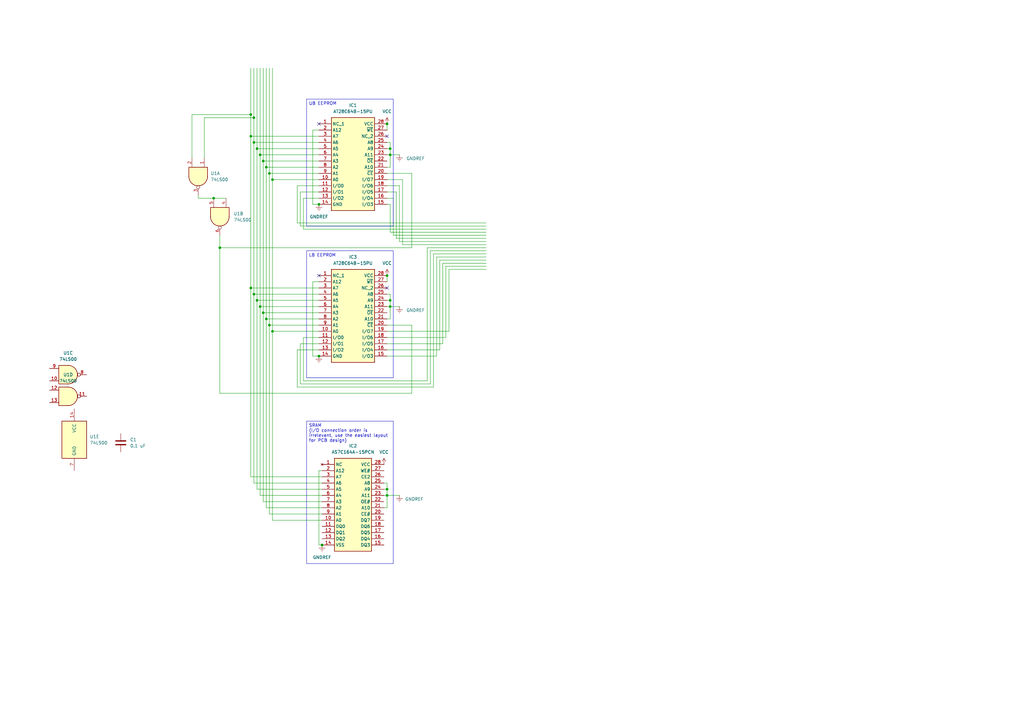
<source format=kicad_sch>
(kicad_sch (version 20231120) (generator "eeschema") (generator_version "8.0")
  (paper "A3")
  (lib_symbols
    (symbol "74xx:74LS00" (pin_names (offset 1.016))
      (property "Reference" "U" (at 0 1.27 0))
      (property "Value" "74LS00" (at 0 -1.27 0))
      (symbol "74LS00_1_1"
        (arc (start 0 -3.81) (mid 3.7934 0) (end 0 3.81) (stroke (width 0.254)) (fill (type background)))
        (polyline (pts (xy 0 3.81) (xy -3.81 3.81) (xy -3.81 -3.81) (xy 0 -3.81)) (stroke (width 0.254)) (fill (type background)))
        (pin input line (at -7.62 2.54 0) (length 3.81) (name "~") (number "1"))
        (pin input line (at -7.62 -2.54 0) (length 3.81) (name "~") (number "2"))
        (pin output inverted (at 7.62 0 180) (length 3.81) (name "~") (number "3"))
      )
      (symbol "74LS00_1_2"
        (arc (start -3.81 -3.81) (mid -2.589 0) (end -3.81 3.81) (stroke (width 0.254)))
        (arc (start -0.6096 -3.81) (mid 2.1842 -2.5851) (end 3.81 0) (stroke (width 0.254)) (fill (type background)))
        (polyline (pts (xy -3.81 -3.81) (xy -0.635 -3.81)) (stroke (width 0.254)) (fill (type background)))
        (polyline (pts (xy -3.81 3.81) (xy -0.635 3.81)) (stroke (width 0.254)) (fill (type background)))
        (polyline (pts (xy -0.635 3.81) (xy -3.81 3.81) (xy -3.81 3.81) (xy -3.556 3.4036) (xy -3.0226 2.2606) (xy -2.6924 1.0414) (xy -2.6162 -0.254) (xy -2.7686 -1.4986) (xy -3.175 -2.7178) (xy -3.81 -3.81) (xy -3.81 -3.81) (xy -0.635 -3.81)) (stroke (width -25.4)) (fill (type background)))
        (arc (start 3.81 0) (mid 2.1915 2.5936) (end -0.6096 3.81) (stroke (width 0.254)) (fill (type background)))
        (pin input inverted (at -7.62 2.54 0) (length 4.318) (name "~") (number "1"))
        (pin input inverted (at -7.62 -2.54 0) (length 4.318) (name "~") (number "2"))
        (pin output line (at 7.62 0 180) (length 3.81) (name "~") (number "3"))
      )
      (symbol "74LS00_2_1"
        (arc (start 0 -3.81) (mid 3.7934 0) (end 0 3.81) (stroke (width 0.254)) (fill (type background)))
        (polyline (pts (xy 0 3.81) (xy -3.81 3.81) (xy -3.81 -3.81) (xy 0 -3.81)) (stroke (width 0.254)) (fill (type background)))
        (pin input line (at -7.62 2.54 0) (length 3.81) (name "~") (number "4"))
        (pin input line (at -7.62 -2.54 0) (length 3.81) (name "~") (number "5"))
        (pin output inverted (at 7.62 0 180) (length 3.81) (name "~") (number "6"))
      )
      (symbol "74LS00_2_2"
        (arc (start -3.81 -3.81) (mid -2.589 0) (end -3.81 3.81) (stroke (width 0.254)))
        (arc (start -0.6096 -3.81) (mid 2.1842 -2.5851) (end 3.81 0) (stroke (width 0.254)) (fill (type background)))
        (polyline (pts (xy -3.81 -3.81) (xy -0.635 -3.81)) (stroke (width 0.254)) (fill (type background)))
        (polyline (pts (xy -3.81 3.81) (xy -0.635 3.81)) (stroke (width 0.254)) (fill (type background)))
        (polyline (pts (xy -0.635 3.81) (xy -3.81 3.81) (xy -3.81 3.81) (xy -3.556 3.4036) (xy -3.0226 2.2606) (xy -2.6924 1.0414) (xy -2.6162 -0.254) (xy -2.7686 -1.4986) (xy -3.175 -2.7178) (xy -3.81 -3.81) (xy -3.81 -3.81) (xy -0.635 -3.81)) (stroke (width -25.4)) (fill (type background)))
        (arc (start 3.81 0) (mid 2.1915 2.5936) (end -0.6096 3.81) (stroke (width 0.254)) (fill (type background)))
        (pin input inverted (at -7.62 2.54 0) (length 4.318) (name "~") (number "4"))
        (pin input inverted (at -7.62 -2.54 0) (length 4.318) (name "~") (number "5"))
        (pin output line (at 7.62 0 180) (length 3.81) (name "~") (number "6"))
      )
      (symbol "74LS00_3_1"
        (arc (start 0 -3.81) (mid 3.7934 0) (end 0 3.81) (stroke (width 0.254)) (fill (type background)))
        (polyline (pts (xy 0 3.81) (xy -3.81 3.81) (xy -3.81 -3.81) (xy 0 -3.81)) (stroke (width 0.254)) (fill (type background)))
        (pin input line (at -7.62 -2.54 0) (length 3.81) (name "~") (number "10"))
        (pin output inverted (at 7.62 0 180) (length 3.81) (name "~") (number "8"))
        (pin input line (at -7.62 2.54 0) (length 3.81) (name "~") (number "9"))
      )
      (symbol "74LS00_3_2"
        (arc (start -3.81 -3.81) (mid -2.589 0) (end -3.81 3.81) (stroke (width 0.254)))
        (arc (start -0.6096 -3.81) (mid 2.1842 -2.5851) (end 3.81 0) (stroke (width 0.254)) (fill (type background)))
        (polyline (pts (xy -3.81 -3.81) (xy -0.635 -3.81)) (stroke (width 0.254)) (fill (type background)))
        (polyline (pts (xy -3.81 3.81) (xy -0.635 3.81)) (stroke (width 0.254)) (fill (type background)))
        (polyline (pts (xy -0.635 3.81) (xy -3.81 3.81) (xy -3.81 3.81) (xy -3.556 3.4036) (xy -3.0226 2.2606) (xy -2.6924 1.0414) (xy -2.6162 -0.254) (xy -2.7686 -1.4986) (xy -3.175 -2.7178) (xy -3.81 -3.81) (xy -3.81 -3.81) (xy -0.635 -3.81)) (stroke (width -25.4)) (fill (type background)))
        (arc (start 3.81 0) (mid 2.1915 2.5936) (end -0.6096 3.81) (stroke (width 0.254)) (fill (type background)))
        (pin input inverted (at -7.62 -2.54 0) (length 4.318) (name "~") (number "10"))
        (pin output line (at 7.62 0 180) (length 3.81) (name "~") (number "8"))
        (pin input inverted (at -7.62 2.54 0) (length 4.318) (name "~") (number "9"))
      )
      (symbol "74LS00_4_1"
        (arc (start 0 -3.81) (mid 3.7934 0) (end 0 3.81) (stroke (width 0.254)) (fill (type background)))
        (polyline (pts (xy 0 3.81) (xy -3.81 3.81) (xy -3.81 -3.81) (xy 0 -3.81)) (stroke (width 0.254)) (fill (type background)))
        (pin output inverted (at 7.62 0 180) (length 3.81) (name "~") (number "11"))
        (pin input line (at -7.62 2.54 0) (length 3.81) (name "~") (number "12"))
        (pin input line (at -7.62 -2.54 0) (length 3.81) (name "~") (number "13"))
      )
      (symbol "74LS00_4_2"
        (arc (start -3.81 -3.81) (mid -2.589 0) (end -3.81 3.81) (stroke (width 0.254)))
        (arc (start -0.6096 -3.81) (mid 2.1842 -2.5851) (end 3.81 0) (stroke (width 0.254)) (fill (type background)))
        (polyline (pts (xy -3.81 -3.81) (xy -0.635 -3.81)) (stroke (width 0.254)) (fill (type background)))
        (polyline (pts (xy -3.81 3.81) (xy -0.635 3.81)) (stroke (width 0.254)) (fill (type background)))
        (polyline (pts (xy -0.635 3.81) (xy -3.81 3.81) (xy -3.81 3.81) (xy -3.556 3.4036) (xy -3.0226 2.2606) (xy -2.6924 1.0414) (xy -2.6162 -0.254) (xy -2.7686 -1.4986) (xy -3.175 -2.7178) (xy -3.81 -3.81) (xy -3.81 -3.81) (xy -0.635 -3.81)) (stroke (width -25.4)) (fill (type background)))
        (arc (start 3.81 0) (mid 2.1915 2.5936) (end -0.6096 3.81) (stroke (width 0.254)) (fill (type background)))
        (pin output line (at 7.62 0 180) (length 3.81) (name "~") (number "11"))
        (pin input inverted (at -7.62 2.54 0) (length 4.318) (name "~") (number "12"))
        (pin input inverted (at -7.62 -2.54 0) (length 4.318) (name "~") (number "13"))
      )
      (symbol "74LS00_5_0"
        (pin power_in line (at 0 12.7 270) (length 5.08) (name "VCC") (number "14"))
        (pin power_in line (at 0 -12.7 90) (length 5.08) (name "GND") (number "7"))
      )
      (symbol "74LS00_5_1"
        (rectangle (start -5.08 7.62) (end 5.08 -7.62) (stroke (width 0.254)) (fill (type background)))
      )
    )
    (symbol "AS7C164A-15PCN:AS7C164A-15PCN"
      (property "Reference" "IC" (at 21.59 7.62 0))
      (property "Value" "AS7C164A-15PCN" (at 21.59 5.08 0))
      (symbol "AS7C164A-15PCN_1_1"
        (rectangle (start 5.08 2.54) (end 20.32 -35.56) (stroke (width 0.254)) (fill (type background)))
        (pin no_connect line (at 0 0 0) (length 5.08) (name "NC") (number "1"))
        (pin input line (at 0 -22.86 0) (length 5.08) (name "A0") (number "10"))
        (pin bidirectional line (at 0 -25.4 0) (length 5.08) (name "DQ0") (number "11"))
        (pin bidirectional line (at 0 -27.94 0) (length 5.08) (name "DQ1") (number "12"))
        (pin bidirectional line (at 0 -30.48 0) (length 5.08) (name "DQ2") (number "13"))
        (pin power_in line (at 0 -33.02 0) (length 5.08) (name "VSS") (number "14"))
        (pin bidirectional line (at 25.4 -33.02 180) (length 5.08) (name "DQ3") (number "15"))
        (pin bidirectional line (at 25.4 -30.48 180) (length 5.08) (name "DQ4") (number "16"))
        (pin bidirectional line (at 25.4 -27.94 180) (length 5.08) (name "DQ5") (number "17"))
        (pin bidirectional line (at 25.4 -25.4 180) (length 5.08) (name "DQ6") (number "18"))
        (pin bidirectional line (at 25.4 -22.86 180) (length 5.08) (name "DQ7") (number "19"))
        (pin input line (at 0 -2.54 0) (length 5.08) (name "A12") (number "2"))
        (pin input line (at 25.4 -20.32 180) (length 5.08) (name "CE#") (number "20"))
        (pin input line (at 25.4 -17.78 180) (length 5.08) (name "A10") (number "21"))
        (pin input line (at 25.4 -15.24 180) (length 5.08) (name "OE#") (number "22"))
        (pin input line (at 25.4 -12.7 180) (length 5.08) (name "A11") (number "23"))
        (pin input line (at 25.4 -10.16 180) (length 5.08) (name "A9") (number "24"))
        (pin input line (at 25.4 -7.62 180) (length 5.08) (name "A8") (number "25"))
        (pin input line (at 25.4 -5.08 180) (length 5.08) (name "CE2") (number "26"))
        (pin input line (at 25.4 -2.54 180) (length 5.08) (name "WE#") (number "27"))
        (pin power_in line (at 25.4 0 180) (length 5.08) (name "VCC") (number "28"))
        (pin input line (at 0 -5.08 0) (length 5.08) (name "A7") (number "3"))
        (pin input line (at 0 -7.62 0) (length 5.08) (name "A6") (number "4"))
        (pin input line (at 0 -10.16 0) (length 5.08) (name "A5") (number "5"))
        (pin input line (at 0 -12.7 0) (length 5.08) (name "A4") (number "6"))
        (pin input line (at 0 -15.24 0) (length 5.08) (name "A3") (number "7"))
        (pin input line (at 0 -17.78 0) (length 5.08) (name "A2") (number "8"))
        (pin input line (at 0 -20.32 0) (length 5.08) (name "A1") (number "9"))
      )
    )
    (symbol "AT28C64B-15PU:AT28C64B-15PU"
      (property "Reference" "IC" (at 24.13 7.62 0))
      (property "Value" "AT28C64B-15PU" (at 24.13 5.08 0))
      (symbol "AT28C64B-15PU_1_1"
        (rectangle (start 5.08 2.54) (end 22.86 -35.56) (stroke (width 0.254)) (fill (type background)))
        (pin passive line (at 0 0 0) (length 5.08) (name "NC_1") (number "1"))
        (pin passive line (at 0 -22.86 0) (length 5.08) (name "A0") (number "10"))
        (pin passive line (at 0 -25.4 0) (length 5.08) (name "I/O0") (number "11"))
        (pin passive line (at 0 -27.94 0) (length 5.08) (name "I/O1") (number "12"))
        (pin passive line (at 0 -30.48 0) (length 5.08) (name "I/O2") (number "13"))
        (pin passive line (at 0 -33.02 0) (length 5.08) (name "GND") (number "14"))
        (pin passive line (at 27.94 -33.02 180) (length 5.08) (name "I/O3") (number "15"))
        (pin passive line (at 27.94 -30.48 180) (length 5.08) (name "I/O4") (number "16"))
        (pin passive line (at 27.94 -27.94 180) (length 5.08) (name "I/O5") (number "17"))
        (pin passive line (at 27.94 -25.4 180) (length 5.08) (name "I/O6") (number "18"))
        (pin passive line (at 27.94 -22.86 180) (length 5.08) (name "I/O7") (number "19"))
        (pin passive line (at 0 -2.54 0) (length 5.08) (name "A12") (number "2"))
        (pin passive line (at 27.94 -20.32 180) (length 5.08) (name "~{CE}") (number "20"))
        (pin passive line (at 27.94 -17.78 180) (length 5.08) (name "A10") (number "21"))
        (pin passive line (at 27.94 -15.24 180) (length 5.08) (name "~{OE}") (number "22"))
        (pin passive line (at 27.94 -12.7 180) (length 5.08) (name "A11") (number "23"))
        (pin passive line (at 27.94 -10.16 180) (length 5.08) (name "A9") (number "24"))
        (pin passive line (at 27.94 -7.62 180) (length 5.08) (name "A8") (number "25"))
        (pin passive line (at 27.94 -5.08 180) (length 5.08) (name "NC_2") (number "26"))
        (pin passive line (at 27.94 -2.54 180) (length 5.08) (name "~{WE}") (number "27"))
        (pin passive line (at 27.94 0 180) (length 5.08) (name "VCC") (number "28"))
        (pin passive line (at 0 -5.08 0) (length 5.08) (name "A7") (number "3"))
        (pin passive line (at 0 -7.62 0) (length 5.08) (name "A6") (number "4"))
        (pin passive line (at 0 -10.16 0) (length 5.08) (name "A5") (number "5"))
        (pin passive line (at 0 -12.7 0) (length 5.08) (name "A4") (number "6"))
        (pin passive line (at 0 -15.24 0) (length 5.08) (name "A3") (number "7"))
        (pin passive line (at 0 -17.78 0) (length 5.08) (name "A2") (number "8"))
        (pin passive line (at 0 -20.32 0) (length 5.08) (name "A1") (number "9"))
      )
    )
    (symbol "Device:C" (pin_numbers hide) (pin_names (offset 0.254))
      (property "Reference" "C" (at 0.635 2.54 0))
      (property "Value" "C" (at 0.635 -2.54 0))
      (symbol "C_0_1"
        (polyline (pts (xy -2.032 -0.762) (xy 2.032 -0.762)) (stroke (width 0.508)))
        (polyline (pts (xy -2.032 0.762) (xy 2.032 0.762)) (stroke (width 0.508)))
      )
      (symbol "C_1_1"
        (pin passive line (at 0 3.81 270) (length 2.794) (name "~") (number "1"))
        (pin passive line (at 0 -3.81 90) (length 2.794) (name "~") (number "2"))
      )
    )
    (symbol "power:GNDREF" (power) (pin_numbers hide) (pin_names (offset 0) hide)
      (property "Value" "GNDREF" (at 0 -3.81 0))
      (symbol "GNDREF_0_1"
        (polyline (pts (xy -0.635 -1.905) (xy 0.635 -1.905)))
        (polyline (pts (xy -0.127 -2.54) (xy 0.127 -2.54)))
        (polyline (pts (xy 0 -1.27) (xy 0 0)))
        (polyline (pts (xy 1.27 -1.27) (xy -1.27 -1.27)))
      )
      (symbol "GNDREF_1_1"
        (pin power_in line (at 0 0 270) (length 0) (name "~") (number "1"))
      )
    )
    (symbol "power:VCC" (power) (pin_numbers hide) (pin_names (offset 0) hide)
      (property "Value" "VCC" (at 0 3.556 0))
      (symbol "VCC_0_1"
        (polyline (pts (xy -0.762 1.27) (xy 0 2.54)))
        (polyline (pts (xy 0 0) (xy 0 2.54)))
        (polyline (pts (xy 0 2.54) (xy 0.762 1.27)))
      )
      (symbol "VCC_1_1"
        (pin power_in line (at 0 0 90) (length 0) (name "~") (number "1"))
      )
    )
  )
  (junction (at 160.02 125.73))
  (junction (at 130.81 83.82))
  (junction (at 107.95 66.04))
  (junction (at 106.68 125.73))
  (junction (at 111.76 73.66))
  (junction (at 160.02 123.19))
  (junction (at 106.68 63.5))
  (junction (at 111.76 135.89))
  (junction (at 110.49 71.12))
  (junction (at 130.81 146.05))
  (junction (at 105.41 123.19))
  (junction (at 158.75 113.03))
  (junction (at 109.22 130.81))
  (junction (at 102.87 46.99))
  (junction (at 110.49 133.35))
  (junction (at 102.87 55.88))
  (junction (at 160.02 63.5))
  (junction (at 105.41 60.96))
  (junction (at 158.75 200.66))
  (junction (at 109.22 68.58))
  (junction (at 107.95 128.27))
  (junction (at 160.02 60.96))
  (junction (at 90.17 101.6))
  (junction (at 158.75 50.8))
  (junction (at 87.63 81.28))
  (junction (at 104.14 58.42))
  (junction (at 158.75 203.2))
  (junction (at 132.08 223.52))
  (junction (at 104.14 120.65))
  (junction (at 104.14 48.26))
  (junction (at 102.87 118.11))
  (no_connect (at 130.81 50.8))
  (no_connect (at 130.81 113.03))
  (no_connect (at 158.75 55.88))
  (no_connect (at 158.75 118.11))
  (wire (pts (xy 124.46 93.98) (xy 199.39 93.98)))
  (wire (pts (xy 102.87 27.94) (xy 102.87 46.99)))
  (wire (pts (xy 181.61 107.95) (xy 199.39 107.95)))
  (wire (pts (xy 104.14 198.12) (xy 132.08 198.12)))
  (wire (pts (xy 109.22 68.58) (xy 109.22 130.81)))
  (wire (pts (xy 168.91 71.12) (xy 168.91 101.6)))
  (wire (pts (xy 180.34 143.51) (xy 180.34 106.68)))
  (wire (pts (xy 184.15 135.89) (xy 184.15 110.49)))
  (wire (pts (xy 110.49 133.35) (xy 110.49 210.82)))
  (wire (pts (xy 160.02 60.96) (xy 160.02 63.5)))
  (wire (pts (xy 158.75 113.03) (xy 158.75 115.57)))
  (wire (pts (xy 160.02 63.5) (xy 163.83 63.5)))
  (wire (pts (xy 175.26 156.21) (xy 175.26 101.6)))
  (wire (pts (xy 168.91 101.6) (xy 90.17 101.6)))
  (wire (pts (xy 121.92 143.51) (xy 121.92 158.75)))
  (wire (pts (xy 123.19 78.74) (xy 123.19 92.71)))
  (wire (pts (xy 104.14 120.65) (xy 104.14 198.12)))
  (wire (pts (xy 87.63 81.28) (xy 92.71 81.28)))
  (wire (pts (xy 160.02 83.82) (xy 160.02 95.25)))
  (wire (pts (xy 81.28 81.28) (xy 87.63 81.28)))
  (wire (pts (xy 130.81 53.34) (xy 128.27 53.34)))
  (wire (pts (xy 179.07 105.41) (xy 199.39 105.41)))
  (wire (pts (xy 160.02 120.65) (xy 160.02 123.19)))
  (wire (pts (xy 158.75 200.66) (xy 158.75 203.2)))
  (wire (pts (xy 104.14 48.26) (xy 104.14 58.42)))
  (wire (pts (xy 180.34 106.68) (xy 199.39 106.68)))
  (wire (pts (xy 158.75 50.8) (xy 158.75 53.34)))
  (wire (pts (xy 121.92 158.75) (xy 177.8 158.75)))
  (wire (pts (xy 90.17 101.6) (xy 90.17 96.52)))
  (wire (pts (xy 184.15 110.49) (xy 199.39 110.49)))
  (wire (pts (xy 109.22 27.94) (xy 109.22 68.58)))
  (wire (pts (xy 158.75 60.96) (xy 160.02 60.96)))
  (wire (pts (xy 107.95 128.27) (xy 107.95 205.74)))
  (wire (pts (xy 168.91 133.35) (xy 168.91 161.29)))
  (wire (pts (xy 182.88 138.43) (xy 182.88 109.22)))
  (wire (pts (xy 107.95 205.74) (xy 132.08 205.74)))
  (wire (pts (xy 158.75 76.2) (xy 163.83 76.2)))
  (wire (pts (xy 105.41 60.96) (xy 105.41 123.19)))
  (wire (pts (xy 130.81 120.65) (xy 104.14 120.65)))
  (wire (pts (xy 130.81 140.97) (xy 123.19 140.97)))
  (wire (pts (xy 158.75 143.51) (xy 180.34 143.51)))
  (wire (pts (xy 158.75 140.97) (xy 181.61 140.97)))
  (wire (pts (xy 130.81 73.66) (xy 111.76 73.66)))
  (wire (pts (xy 121.92 76.2) (xy 121.92 91.44)))
  (wire (pts (xy 128.27 83.82) (xy 130.81 83.82)))
  (wire (pts (xy 111.76 135.89) (xy 111.76 213.36)))
  (wire (pts (xy 104.14 27.94) (xy 104.14 48.26)))
  (wire (pts (xy 104.14 48.26) (xy 83.82 48.26)))
  (wire (pts (xy 132.08 193.04) (xy 130.81 193.04)))
  (wire (pts (xy 105.41 123.19) (xy 105.41 200.66)))
  (wire (pts (xy 128.27 115.57) (xy 128.27 146.05)))
  (wire (pts (xy 130.81 223.52) (xy 132.08 223.52)))
  (wire (pts (xy 130.81 66.04) (xy 107.95 66.04)))
  (wire (pts (xy 130.81 60.96) (xy 105.41 60.96)))
  (wire (pts (xy 177.8 158.75) (xy 177.8 104.14)))
  (wire (pts (xy 157.48 200.66) (xy 158.75 200.66)))
  (wire (pts (xy 124.46 156.21) (xy 175.26 156.21)))
  (wire (pts (xy 160.02 123.19) (xy 160.02 125.73)))
  (wire (pts (xy 105.41 27.94) (xy 105.41 60.96)))
  (wire (pts (xy 158.75 81.28) (xy 161.29 81.28)))
  (wire (pts (xy 162.56 78.74) (xy 162.56 97.79)))
  (wire (pts (xy 130.81 118.11) (xy 102.87 118.11)))
  (wire (pts (xy 130.81 78.74) (xy 123.19 78.74)))
  (wire (pts (xy 158.75 203.2) (xy 163.83 203.2)))
  (wire (pts (xy 158.75 123.19) (xy 160.02 123.19)))
  (wire (pts (xy 158.75 198.12) (xy 158.75 200.66)))
  (wire (pts (xy 102.87 55.88) (xy 102.87 118.11)))
  (wire (pts (xy 158.75 78.74) (xy 162.56 78.74)))
  (wire (pts (xy 109.22 208.28) (xy 132.08 208.28)))
  (wire (pts (xy 160.02 95.25) (xy 199.39 95.25)))
  (wire (pts (xy 106.68 125.73) (xy 106.68 203.2)))
  (wire (pts (xy 130.81 76.2) (xy 121.92 76.2)))
  (wire (pts (xy 106.68 63.5) (xy 106.68 125.73)))
  (wire (pts (xy 124.46 81.28) (xy 124.46 93.98)))
  (wire (pts (xy 158.75 208.28) (xy 158.75 203.2)))
  (wire (pts (xy 132.08 200.66) (xy 105.41 200.66)))
  (wire (pts (xy 130.81 128.27) (xy 107.95 128.27)))
  (wire (pts (xy 123.19 92.71) (xy 199.39 92.71)))
  (wire (pts (xy 176.53 157.48) (xy 176.53 102.87)))
  (wire (pts (xy 158.75 138.43) (xy 182.88 138.43)))
  (wire (pts (xy 106.68 27.94) (xy 106.68 63.5)))
  (wire (pts (xy 158.75 71.12) (xy 168.91 71.12)))
  (wire (pts (xy 158.75 63.5) (xy 160.02 63.5)))
  (wire (pts (xy 158.75 135.89) (xy 184.15 135.89)))
  (wire (pts (xy 160.02 63.5) (xy 160.02 68.58)))
  (wire (pts (xy 165.1 73.66) (xy 165.1 100.33)))
  (wire (pts (xy 130.81 143.51) (xy 121.92 143.51)))
  (wire (pts (xy 124.46 138.43) (xy 124.46 156.21)))
  (wire (pts (xy 111.76 73.66) (xy 111.76 135.89)))
  (wire (pts (xy 104.14 58.42) (xy 104.14 120.65)))
  (wire (pts (xy 130.81 138.43) (xy 124.46 138.43)))
  (wire (pts (xy 158.75 68.58) (xy 160.02 68.58)))
  (wire (pts (xy 132.08 213.36) (xy 111.76 213.36)))
  (wire (pts (xy 162.56 97.79) (xy 199.39 97.79)))
  (wire (pts (xy 132.08 203.2) (xy 106.68 203.2)))
  (wire (pts (xy 90.17 161.29) (xy 90.17 101.6)))
  (wire (pts (xy 81.28 80.01) (xy 81.28 81.28)))
  (wire (pts (xy 130.81 55.88) (xy 102.87 55.88)))
  (wire (pts (xy 130.81 71.12) (xy 110.49 71.12)))
  (wire (pts (xy 160.02 58.42) (xy 160.02 60.96)))
  (wire (pts (xy 130.81 133.35) (xy 110.49 133.35)))
  (wire (pts (xy 102.87 46.99) (xy 102.87 55.88)))
  (wire (pts (xy 157.48 208.28) (xy 158.75 208.28)))
  (wire (pts (xy 182.88 109.22) (xy 199.39 109.22)))
  (wire (pts (xy 130.81 58.42) (xy 104.14 58.42)))
  (wire (pts (xy 158.75 146.05) (xy 179.07 146.05)))
  (wire (pts (xy 123.19 157.48) (xy 176.53 157.48)))
  (wire (pts (xy 110.49 71.12) (xy 110.49 133.35)))
  (wire (pts (xy 130.81 81.28) (xy 124.46 81.28)))
  (wire (pts (xy 160.02 125.73) (xy 163.83 125.73)))
  (wire (pts (xy 109.22 130.81) (xy 109.22 208.28)))
  (wire (pts (xy 121.92 91.44) (xy 199.39 91.44)))
  (wire (pts (xy 107.95 27.94) (xy 107.95 66.04)))
  (wire (pts (xy 160.02 125.73) (xy 160.02 130.81)))
  (wire (pts (xy 168.91 161.29) (xy 90.17 161.29)))
  (wire (pts (xy 130.81 68.58) (xy 109.22 68.58)))
  (wire (pts (xy 128.27 53.34) (xy 128.27 83.82)))
  (wire (pts (xy 177.8 104.14) (xy 199.39 104.14)))
  (wire (pts (xy 102.87 118.11) (xy 102.87 195.58)))
  (wire (pts (xy 157.48 203.2) (xy 158.75 203.2)))
  (wire (pts (xy 130.81 63.5) (xy 106.68 63.5)))
  (wire (pts (xy 181.61 140.97) (xy 181.61 107.95)))
  (wire (pts (xy 128.27 146.05) (xy 130.81 146.05)))
  (wire (pts (xy 158.75 58.42) (xy 160.02 58.42)))
  (wire (pts (xy 107.95 66.04) (xy 107.95 128.27)))
  (wire (pts (xy 130.81 193.04) (xy 130.81 223.52)))
  (wire (pts (xy 179.07 146.05) (xy 179.07 105.41)))
  (wire (pts (xy 161.29 96.52) (xy 199.39 96.52)))
  (wire (pts (xy 158.75 73.66) (xy 165.1 73.66)))
  (wire (pts (xy 158.75 130.81) (xy 160.02 130.81)))
  (wire (pts (xy 130.81 135.89) (xy 111.76 135.89)))
  (wire (pts (xy 78.74 46.99) (xy 102.87 46.99)))
  (wire (pts (xy 163.83 76.2) (xy 163.83 99.06)))
  (wire (pts (xy 130.81 115.57) (xy 128.27 115.57)))
  (wire (pts (xy 158.75 83.82) (xy 160.02 83.82)))
  (wire (pts (xy 161.29 81.28) (xy 161.29 96.52)))
  (wire (pts (xy 158.75 133.35) (xy 168.91 133.35)))
  (wire (pts (xy 123.19 140.97) (xy 123.19 157.48)))
  (wire (pts (xy 163.83 99.06) (xy 199.39 99.06)))
  (wire (pts (xy 157.48 198.12) (xy 158.75 198.12)))
  (wire (pts (xy 78.74 64.77) (xy 78.74 46.99)))
  (wire (pts (xy 110.49 27.94) (xy 110.49 71.12)))
  (wire (pts (xy 176.53 102.87) (xy 199.39 102.87)))
  (wire (pts (xy 175.26 101.6) (xy 199.39 101.6)))
  (wire (pts (xy 111.76 27.94) (xy 111.76 73.66)))
  (wire (pts (xy 158.75 120.65) (xy 160.02 120.65)))
  (wire (pts (xy 165.1 100.33) (xy 199.39 100.33)))
  (wire (pts (xy 130.81 130.81) (xy 109.22 130.81)))
  (wire (pts (xy 110.49 210.82) (xy 132.08 210.82)))
  (wire (pts (xy 130.81 125.73) (xy 106.68 125.73)))
  (wire (pts (xy 83.82 48.26) (xy 83.82 64.77)))
  (wire (pts (xy 158.75 125.73) (xy 160.02 125.73)))
  (wire (pts (xy 130.81 123.19) (xy 105.41 123.19)))
  (wire (pts (xy 132.08 195.58) (xy 102.87 195.58)))
  (text_box "SRAM\n(I/O connection order is irrelevant, use the easiest layout for PCB design)" (at 125.73 172.72 0) (size 35.56 58.42) (effects (font (size 1.27 1.27)) (justify left top)))
  (text_box "LB EEPROM" (at 125.73 102.87 0) (size 35.56 52.07) (effects (font (size 1.27 1.27)) (justify left top)))
  (text_box "UB EEPROM\n" (at 125.73 40.64 0) (size 35.56 52.07) (effects (font (size 1.27 1.27)) (justify left top)))
  (symbol (lib_id "power:GNDREF") (at 163.83 63.5 0) (unit 1)
    (property "Reference" "#PWR05" (effects (hide yes)))
    (property "Value" "GNDREF" (at 170.434 65.024 0))
    (property "Description" "Power symbol creates a global label with name \"GNDREF\" , reference supply ground" (effects (hide yes)))
  )
  (symbol (lib_id "AT28C64B-15PU:AT28C64B-15PU") (at 130.81 50.8 0) (unit 1)
    (property "Reference" "IC1" (at 144.78 43.18 0))
    (property "Value" "AT28C64B-15PU" (at 144.78 45.72 0))
    (property "Footprint" "AT28C64B-15PU:DIP1556W56P254L3702H483Q28N" (effects (hide yes)))
    (property "Datasheet" "http://www.atmel.com/images/doc0270.pdf" (effects (hide yes)))
    (property "Description" "AT28C64B-15PU, Parallel EEPROM Memory 64kbit, Parallel, 150ns 4.5  5.5 V, 28-Pin PDIP" (effects (hide yes)))
    (property "Height" "4.826" (effects (hide yes)))
    (property "Mouser Part Number" "556-AT28C64B15PU" (effects (hide yes)))
    (property "Mouser Price/Stock" "https://www.mouser.co.uk/ProductDetail/Microchip-Technology/AT28C64B-15PU?qs=2VKgqYuc3OvipbcAuBcLow%3D%3D" (effects (hide yes)))
    (property "Manufacturer_Name" "Microchip" (effects (hide yes)))
    (property "Manufacturer_Part_Number" "AT28C64B-15PU" (effects (hide yes)))
  )
  (symbol (lib_id "74xx:74LS00") (at 30.48 180.34 0) (unit 5)
    (property "Reference" "U1" (at 36.83 179.0699 0) (effects (justify left)))
    (property "Value" "74LS00" (at 36.83 181.6099 0) (effects (justify left)))
    (property "Datasheet" "http://www.ti.com/lit/gpn/sn74ls00" (effects (hide yes)))
    (property "Description" "quad 2-input NAND gate" (effects (hide yes)))
  )
  (symbol (lib_id "power:GNDREF") (at 132.08 223.52 0) (unit 1)
    (property "Reference" "#PWR01" (effects (hide yes)))
    (property "Value" "GNDREF" (at 132.08 228.6 0))
    (property "Description" "Power symbol creates a global label with name \"GNDREF\" , reference supply ground" (effects (hide yes)))
  )
  (symbol (lib_id "74xx:74LS00") (at 90.17 88.9 270) (unit 2)
    (property "Reference" "U1" (at 97.79 87.63 90))
    (property "Value" "74LS00" (at 99.568 90.17 90))
    (property "Datasheet" "http://www.ti.com/lit/gpn/sn74ls00" (effects (hide yes)))
    (property "Description" "quad 2-input NAND gate" (effects (hide yes)))
  )
  (symbol (lib_id "AS7C164A-15PCN:AS7C164A-15PCN") (at 132.08 190.5 0) (unit 1)
    (property "Reference" "IC2" (at 144.78 182.88 0))
    (property "Value" "AS7C164A-15PCN" (at 144.78 185.42 0))
    (property "Footprint" "AS7C164A-15PCN:DIP1524W51P254L3632H394Q28N" (effects (hide yes)))
    (property "Description" "SRAM SRAM, 64K, 8k x 8, 5v, 28pin Skinny P-DIP, 15ns, Commercial Temp - Tube" (effects (hide yes)))
    (property "Height" "3.937" (effects (hide yes)))
    (property "Mouser Part Number" "913-AS7C164A-15PCN" (effects (hide yes)))
    (property "Mouser Price/Stock" "https://www.mouser.co.uk/ProductDetail/Alliance-Memory/AS7C164A-15PCN?qs=Y%252BBGkTaltXsac5EeiguTUw%3D%3D" (effects (hide yes)))
    (property "Manufacturer_Name" "Alliance Memory" (effects (hide yes)))
    (property "Manufacturer_Part_Number" "AS7C164A-15PCN" (effects (hide yes)))
  )
  (symbol (lib_id "power:GNDREF") (at 163.83 203.2 0) (unit 1)
    (property "Reference" "#PWR06" (effects (hide yes)))
    (property "Value" "GNDREF" (at 169.926 204.724 0))
    (property "Description" "Power symbol creates a global label with name \"GNDREF\" , reference supply ground" (effects (hide yes)))
  )
  (symbol (lib_id "74xx:74LS00") (at 27.94 162.56 0) (unit 4)
    (property "Reference" "U1" (at 27.9317 153.67 0))
    (property "Value" "74LS00" (at 27.9317 156.21 0))
    (property "Datasheet" "http://www.ti.com/lit/gpn/sn74ls00" (effects (hide yes)))
    (property "Description" "quad 2-input NAND gate" (effects (hide yes)))
  )
  (symbol (lib_id "power:GNDREF") (at 130.81 83.82 0) (unit 1)
    (property "Reference" "#PWR02" (effects (hide yes)))
    (property "Value" "GNDREF" (at 130.81 88.9 0))
    (property "Description" "Power symbol creates a global label with name \"GNDREF\" , reference supply ground" (effects (hide yes)))
  )
  (symbol (lib_id "Device:C") (at 49.53 181.61 0) (unit 1)
    (property "Reference" "C1" (at 53.34 180.3399 0) (effects (justify left)))
    (property "Value" "0.1 uF" (at 53.34 182.8799 0) (effects (justify left)))
    (property "Footprint" "Capacitor_SMD:C_1206_3216Metric_Pad1.33x1.80mm_HandSolder" (effects (hide yes)))
    (property "Description" "Unpolarized capacitor" (effects (hide yes)))
  )
  (symbol (lib_id "74xx:74LS00") (at 81.28 72.39 270) (unit 1)
    (property "Reference" "U1" (at 86.36 71.1116 90) (effects (justify left)))
    (property "Value" "74LS00" (at 86.36 73.6516 90) (effects (justify left)))
    (property "Datasheet" "http://www.ti.com/lit/gpn/sn74ls00" (effects (hide yes)))
    (property "Description" "quad 2-input NAND gate" (effects (hide yes)))
  )
  (symbol (lib_id "power:VCC") (at 157.48 190.5 0) (unit 1)
    (property "Reference" "#PWR04" (effects (hide yes)))
    (property "Value" "VCC" (at 157.48 185.42 0))
    (property "Description" "Power symbol creates a global label with name \"VCC\"" (effects (hide yes)))
  )
  (symbol (lib_id "power:GNDREF") (at 130.81 146.05 0) (unit 1)
    (property "Reference" "#PWR07" (effects (hide yes)))
    (property "Value" "GNDREF" (effects (hide yes)))
    (property "Description" "Power symbol creates a global label with name \"GNDREF\" , reference supply ground" (effects (hide yes)))
  )
  (symbol (lib_id "power:VCC") (at 158.75 113.03 0) (unit 1)
    (property "Reference" "#PWR08" (effects (hide yes)))
    (property "Value" "VCC" (at 158.75 107.95 0))
    (property "Description" "Power symbol creates a global label with name \"VCC\"" (effects (hide yes)))
  )
  (symbol (lib_id "74xx:74LS00") (at 27.94 153.67 0) (unit 3)
    (property "Reference" "U1" (at 27.9317 144.78 0))
    (property "Value" "74LS00" (at 27.9317 147.32 0))
    (property "Datasheet" "http://www.ti.com/lit/gpn/sn74ls00" (effects (hide yes)))
    (property "Description" "quad 2-input NAND gate" (effects (hide yes)))
  )
  (symbol (lib_id "power:GNDREF") (at 163.83 125.73 0) (unit 1)
    (property "Reference" "#PWR09" (effects (hide yes)))
    (property "Value" "GNDREF" (at 170.434 127.254 0))
    (property "Description" "Power symbol creates a global label with name \"GNDREF\" , reference supply ground" (effects (hide yes)))
  )
  (symbol (lib_id "power:VCC") (at 158.75 50.8 0) (unit 1)
    (property "Reference" "#PWR03" (effects (hide yes)))
    (property "Value" "VCC" (at 158.75 45.72 0))
    (property "Description" "Power symbol creates a global label with name \"VCC\"" (effects (hide yes)))
  )
  (symbol (lib_id "AT28C64B-15PU:AT28C64B-15PU") (at 130.81 113.03 0) (unit 1)
    (property "Reference" "IC3" (at 144.78 105.41 0))
    (property "Value" "AT28C64B-15PU" (at 144.78 107.95 0))
    (property "Footprint" "AT28C64B-15PU:DIP1556W56P254L3702H483Q28N" (effects (hide yes)))
    (property "Datasheet" "http://www.atmel.com/images/doc0270.pdf" (effects (hide yes)))
    (property "Description" "AT28C64B-15PU, Parallel EEPROM Memory 64kbit, Parallel, 150ns 4.5  5.5 V, 28-Pin PDIP" (effects (hide yes)))
    (property "Height" "4.826" (effects (hide yes)))
    (property "Mouser Part Number" "556-AT28C64B15PU" (effects (hide yes)))
    (property "Mouser Price/Stock" "https://www.mouser.co.uk/ProductDetail/Microchip-Technology/AT28C64B-15PU?qs=2VKgqYuc3OvipbcAuBcLow%3D%3D" (effects (hide yes)))
    (property "Manufacturer_Name" "Microchip" (effects (hide yes)))
    (property "Manufacturer_Part_Number" "AT28C64B-15PU" (effects (hide yes)))
  )
)
</source>
